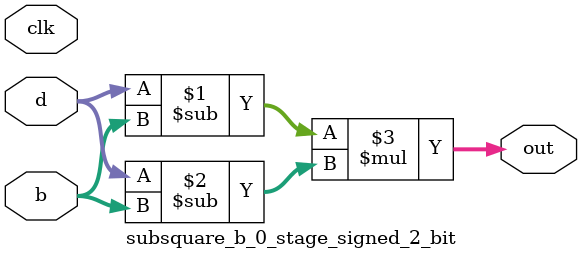
<source format=sv>
(* use_dsp = "yes" *) module subsquare_b_0_stage_signed_2_bit(
	input signed [1:0] b,
	input signed [1:0] d,
	output [1:0] out,
	input clk);

	assign out = (d - b) * (d - b);
endmodule

</source>
